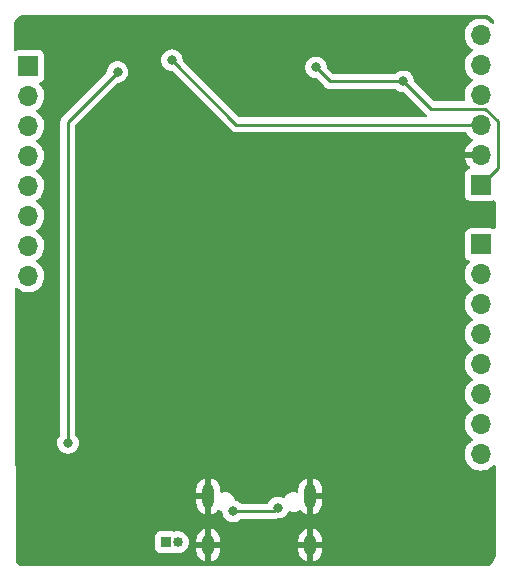
<source format=gbr>
%TF.GenerationSoftware,KiCad,Pcbnew,(5.99.0-9526-g5c17ff0595)*%
%TF.CreationDate,2021-04-11T14:24:36-05:00*%
%TF.ProjectId,DualingDev-S2,4475616c-696e-4674-9465-762d53322e6b,rev?*%
%TF.SameCoordinates,Original*%
%TF.FileFunction,Copper,L2,Bot*%
%TF.FilePolarity,Positive*%
%FSLAX46Y46*%
G04 Gerber Fmt 4.6, Leading zero omitted, Abs format (unit mm)*
G04 Created by KiCad (PCBNEW (5.99.0-9526-g5c17ff0595)) date 2021-04-11 14:24:36*
%MOMM*%
%LPD*%
G01*
G04 APERTURE LIST*
%TA.AperFunction,ComponentPad*%
%ADD10O,0.850000X0.850000*%
%TD*%
%TA.AperFunction,ComponentPad*%
%ADD11R,0.850000X0.850000*%
%TD*%
%TA.AperFunction,ComponentPad*%
%ADD12R,1.700000X1.700000*%
%TD*%
%TA.AperFunction,ComponentPad*%
%ADD13O,1.700000X1.700000*%
%TD*%
%TA.AperFunction,ComponentPad*%
%ADD14O,1.000000X1.800000*%
%TD*%
%TA.AperFunction,ComponentPad*%
%ADD15O,1.000000X2.100000*%
%TD*%
%TA.AperFunction,ViaPad*%
%ADD16C,0.800000*%
%TD*%
%TA.AperFunction,Conductor*%
%ADD17C,0.250000*%
%TD*%
G04 APERTURE END LIST*
D10*
%TO.P,J4,2,Pin_2*%
%TO.N,VBUS*%
X137700000Y-113000000D03*
D11*
%TO.P,J4,1,Pin_1*%
%TO.N,Net-(C6-Pad1)*%
X136700000Y-113000000D03*
%TD*%
D12*
%TO.P,J2,1,Pin_1*%
%TO.N,Net-(J2-Pad1)*%
X125050000Y-72710000D03*
D13*
%TO.P,J2,2,Pin_2*%
%TO.N,Net-(J2-Pad2)*%
X125050000Y-75250000D03*
%TO.P,J2,3,Pin_3*%
%TO.N,Net-(J2-Pad3)*%
X125050000Y-77790000D03*
%TO.P,J2,4,Pin_4*%
%TO.N,Net-(J2-Pad4)*%
X125050000Y-80330000D03*
%TO.P,J2,5,Pin_5*%
%TO.N,Net-(J2-Pad5)*%
X125050000Y-82870000D03*
%TO.P,J2,6,Pin_6*%
%TO.N,Net-(J2-Pad6)*%
X125050000Y-85410000D03*
%TO.P,J2,7,Pin_7*%
%TO.N,Net-(J2-Pad7)*%
X125050000Y-87950000D03*
%TO.P,J2,8,Pin_8*%
%TO.N,Net-(J2-Pad8)*%
X125050000Y-90490000D03*
%TD*%
D12*
%TO.P,J1,1,Pin_1*%
%TO.N,VCC*%
X163350000Y-82750000D03*
D13*
%TO.P,J1,2,Pin_2*%
%TO.N,GND*%
X163350000Y-80210000D03*
%TO.P,J1,3,Pin_3*%
%TO.N,Boot*%
X163350000Y-77670000D03*
%TO.P,J1,4,Pin_4*%
%TO.N,TX*%
X163350000Y-75130000D03*
%TO.P,J1,5,Pin_5*%
%TO.N,RX*%
X163350000Y-72590000D03*
%TO.P,J1,6,Pin_6*%
%TO.N,Reset*%
X163350000Y-70050000D03*
%TD*%
D12*
%TO.P,J3,1,Pin_1*%
%TO.N,Net-(J3-Pad1)*%
X163350000Y-87805000D03*
D13*
%TO.P,J3,2,Pin_2*%
%TO.N,Net-(J3-Pad2)*%
X163350000Y-90345000D03*
%TO.P,J3,3,Pin_3*%
%TO.N,Net-(J3-Pad3)*%
X163350000Y-92885000D03*
%TO.P,J3,4,Pin_4*%
%TO.N,Net-(J3-Pad4)*%
X163350000Y-95425000D03*
%TO.P,J3,5,Pin_5*%
%TO.N,Net-(J3-Pad5)*%
X163350000Y-97965000D03*
%TO.P,J3,6,Pin_6*%
%TO.N,Net-(J3-Pad6)*%
X163350000Y-100505000D03*
%TO.P,J3,7,Pin_7*%
%TO.N,Net-(J3-Pad7)*%
X163350000Y-103045000D03*
%TO.P,J3,8,Pin_8*%
%TO.N,Net-(J3-Pad8)*%
X163350000Y-105585000D03*
%TD*%
D14*
%TO.P,P1,S1,SHIELD*%
%TO.N,GND*%
X140280000Y-113262500D03*
D15*
X148920000Y-109112500D03*
X140280000Y-109112500D03*
D14*
X148920000Y-113262500D03*
%TD*%
D16*
%TO.N,GND*%
X124900000Y-104700000D03*
X133400000Y-69000000D03*
X131800000Y-103000000D03*
X160000000Y-69200000D03*
X126600000Y-69200000D03*
X154000000Y-69000000D03*
X157200000Y-105400000D03*
X159000000Y-81200000D03*
X140200000Y-81200000D03*
%TO.N,VCC*%
X149400000Y-72800000D03*
X132600000Y-73200000D03*
X128400000Y-104600000D03*
X156800000Y-74000000D03*
%TO.N,VBUS*%
X146200000Y-110075000D03*
X142400000Y-110400000D03*
%TO.N,Boot*%
X137200000Y-72200000D03*
%TD*%
D17*
%TO.N,VCC*%
X150600000Y-74000000D02*
X156800000Y-74000000D01*
X163724028Y-76305011D02*
X164800000Y-77380983D01*
X159105011Y-76305011D02*
X163724028Y-76305011D01*
X128400000Y-77400000D02*
X128400000Y-104600000D01*
X164800000Y-81300000D02*
X163350000Y-82750000D01*
X164800000Y-77380983D02*
X164800000Y-81300000D01*
X132600000Y-73200000D02*
X128400000Y-77400000D01*
X149400000Y-72800000D02*
X150600000Y-74000000D01*
X156800000Y-74000000D02*
X159105011Y-76305011D01*
%TO.N,VBUS*%
X146200000Y-110075000D02*
X145875000Y-110400000D01*
X145875000Y-110400000D02*
X142400000Y-110400000D01*
%TO.N,Boot*%
X142670000Y-77670000D02*
X163350000Y-77670000D01*
X137200000Y-72200000D02*
X142670000Y-77670000D01*
%TD*%
%TA.AperFunction,Conductor*%
%TO.N,GND*%
G36*
X164071132Y-68420002D02*
G01*
X164078522Y-68425134D01*
X164087640Y-68431960D01*
X164094641Y-68437601D01*
X164221077Y-68547158D01*
X164227660Y-68553288D01*
X164246713Y-68572341D01*
X164252843Y-68578924D01*
X164362393Y-68705353D01*
X164368032Y-68712351D01*
X164384192Y-68733936D01*
X164389319Y-68741320D01*
X164479767Y-68882061D01*
X164484356Y-68889795D01*
X164497264Y-68913434D01*
X164501291Y-68921479D01*
X164511857Y-68944616D01*
X164521960Y-69014890D01*
X164492467Y-69079471D01*
X164432740Y-69117854D01*
X164361743Y-69117853D01*
X164306073Y-69083928D01*
X164257167Y-69032661D01*
X164257162Y-69032656D01*
X164253482Y-69028799D01*
X164068504Y-68891171D01*
X164063753Y-68888755D01*
X164063749Y-68888753D01*
X163867740Y-68789097D01*
X163867739Y-68789097D01*
X163862982Y-68786678D01*
X163722033Y-68742912D01*
X163647895Y-68719891D01*
X163647889Y-68719890D01*
X163642792Y-68718307D01*
X163537798Y-68704391D01*
X163419515Y-68688714D01*
X163419510Y-68688714D01*
X163414230Y-68688014D01*
X163408900Y-68688214D01*
X163408899Y-68688214D01*
X163299031Y-68692338D01*
X163183831Y-68696663D01*
X163109068Y-68712350D01*
X162963411Y-68742912D01*
X162963408Y-68742913D01*
X162958184Y-68744009D01*
X162743740Y-68828697D01*
X162546631Y-68948306D01*
X162542601Y-68951803D01*
X162395476Y-69079471D01*
X162372492Y-69099415D01*
X162369109Y-69103541D01*
X162369105Y-69103545D01*
X162344839Y-69133140D01*
X162226304Y-69277705D01*
X162223665Y-69282341D01*
X162223663Y-69282344D01*
X162214821Y-69297877D01*
X162112245Y-69478077D01*
X162033578Y-69694802D01*
X161992551Y-69921683D01*
X161992500Y-69927023D01*
X161990565Y-70128616D01*
X161990338Y-70152233D01*
X162027002Y-70379861D01*
X162101494Y-70598056D01*
X162211685Y-70800580D01*
X162354424Y-70981644D01*
X162358389Y-70985220D01*
X162521659Y-71132489D01*
X162521665Y-71132494D01*
X162525629Y-71136069D01*
X162530142Y-71138928D01*
X162530144Y-71138929D01*
X162648242Y-71213731D01*
X162695087Y-71267079D01*
X162705654Y-71337285D01*
X162676587Y-71402058D01*
X162646186Y-71427894D01*
X162551196Y-71485535D01*
X162551189Y-71485540D01*
X162546631Y-71488306D01*
X162542601Y-71491803D01*
X162449426Y-71572656D01*
X162372492Y-71639415D01*
X162369109Y-71643541D01*
X162369105Y-71643545D01*
X162271315Y-71762809D01*
X162226304Y-71817705D01*
X162223665Y-71822341D01*
X162223663Y-71822344D01*
X162220190Y-71828446D01*
X162112245Y-72018077D01*
X162033578Y-72234802D01*
X162032629Y-72240051D01*
X162032628Y-72240054D01*
X161999596Y-72422723D01*
X161992551Y-72461683D01*
X161990338Y-72692233D01*
X162027002Y-72919861D01*
X162101494Y-73138056D01*
X162104044Y-73142743D01*
X162104045Y-73142745D01*
X162122834Y-73177277D01*
X162211685Y-73340580D01*
X162354424Y-73521644D01*
X162358389Y-73525220D01*
X162521659Y-73672489D01*
X162521665Y-73672494D01*
X162525629Y-73676069D01*
X162530142Y-73678928D01*
X162530144Y-73678929D01*
X162648242Y-73753731D01*
X162695087Y-73807079D01*
X162705654Y-73877285D01*
X162676587Y-73942058D01*
X162646186Y-73967894D01*
X162551196Y-74025535D01*
X162551189Y-74025540D01*
X162546631Y-74028306D01*
X162542601Y-74031803D01*
X162399650Y-74155849D01*
X162372492Y-74179415D01*
X162369109Y-74183541D01*
X162369105Y-74183545D01*
X162276968Y-74295915D01*
X162226304Y-74357705D01*
X162223665Y-74362341D01*
X162223663Y-74362344D01*
X162198246Y-74406995D01*
X162112245Y-74558077D01*
X162033578Y-74774802D01*
X162032629Y-74780051D01*
X162032628Y-74780054D01*
X161993501Y-74996429D01*
X161992551Y-75001683D01*
X161990338Y-75232233D01*
X161991187Y-75237504D01*
X162015024Y-75385494D01*
X162027002Y-75459861D01*
X162042345Y-75504802D01*
X162045426Y-75575730D01*
X162009669Y-75637066D01*
X161946429Y-75669333D01*
X161923103Y-75671511D01*
X159419605Y-75671511D01*
X159351484Y-75651509D01*
X159330510Y-75634606D01*
X157747118Y-74051214D01*
X157713092Y-73988902D01*
X157710903Y-73975290D01*
X157694228Y-73816637D01*
X157694228Y-73816636D01*
X157693538Y-73810073D01*
X157683327Y-73778645D01*
X157648078Y-73670162D01*
X157634524Y-73628446D01*
X157539037Y-73463058D01*
X157467280Y-73383363D01*
X157415673Y-73326048D01*
X157415672Y-73326047D01*
X157411251Y-73321137D01*
X157405909Y-73317256D01*
X157405907Y-73317254D01*
X157262092Y-73212767D01*
X157262091Y-73212766D01*
X157256750Y-73208886D01*
X157250722Y-73206202D01*
X157250720Y-73206201D01*
X157088318Y-73133895D01*
X157088317Y-73133895D01*
X157082287Y-73131210D01*
X156988887Y-73111357D01*
X156901944Y-73092876D01*
X156901939Y-73092876D01*
X156895487Y-73091504D01*
X156704513Y-73091504D01*
X156698061Y-73092876D01*
X156698056Y-73092876D01*
X156611113Y-73111357D01*
X156517713Y-73131210D01*
X156511683Y-73133895D01*
X156511682Y-73133895D01*
X156349280Y-73206201D01*
X156349278Y-73206202D01*
X156343250Y-73208886D01*
X156337909Y-73212766D01*
X156337908Y-73212767D01*
X156194093Y-73317254D01*
X156194091Y-73317256D01*
X156188749Y-73321137D01*
X156184328Y-73326047D01*
X156179425Y-73330462D01*
X156178299Y-73329211D01*
X156125000Y-73362049D01*
X156091806Y-73366500D01*
X150914594Y-73366500D01*
X150846473Y-73346498D01*
X150825499Y-73329595D01*
X150347118Y-72851214D01*
X150313092Y-72788902D01*
X150310903Y-72775290D01*
X150294228Y-72616637D01*
X150294228Y-72616636D01*
X150293538Y-72610073D01*
X150281023Y-72571554D01*
X150236566Y-72434731D01*
X150234524Y-72428446D01*
X150139037Y-72263058D01*
X150082260Y-72200000D01*
X150015673Y-72126048D01*
X150015672Y-72126047D01*
X150011251Y-72121137D01*
X150005909Y-72117256D01*
X150005907Y-72117254D01*
X149862092Y-72012767D01*
X149862091Y-72012766D01*
X149856750Y-72008886D01*
X149850722Y-72006202D01*
X149850720Y-72006201D01*
X149688318Y-71933895D01*
X149688317Y-71933895D01*
X149682287Y-71931210D01*
X149588887Y-71911357D01*
X149501944Y-71892876D01*
X149501939Y-71892876D01*
X149495487Y-71891504D01*
X149304513Y-71891504D01*
X149298061Y-71892876D01*
X149298056Y-71892876D01*
X149211113Y-71911357D01*
X149117713Y-71931210D01*
X149111683Y-71933895D01*
X149111682Y-71933895D01*
X148949280Y-72006201D01*
X148949278Y-72006202D01*
X148943250Y-72008886D01*
X148937909Y-72012766D01*
X148937908Y-72012767D01*
X148794093Y-72117254D01*
X148794091Y-72117256D01*
X148788749Y-72121137D01*
X148784328Y-72126047D01*
X148784327Y-72126048D01*
X148717741Y-72200000D01*
X148660963Y-72263058D01*
X148565476Y-72428446D01*
X148563434Y-72434731D01*
X148518978Y-72571554D01*
X148506462Y-72610073D01*
X148486500Y-72800000D01*
X148506462Y-72989927D01*
X148508502Y-72996205D01*
X148508502Y-72996206D01*
X148532086Y-73068790D01*
X148565476Y-73171554D01*
X148660963Y-73336942D01*
X148665381Y-73341849D01*
X148665382Y-73341850D01*
X148708671Y-73389927D01*
X148788749Y-73478863D01*
X148794091Y-73482744D01*
X148794093Y-73482746D01*
X148900425Y-73560000D01*
X148943250Y-73591114D01*
X148949278Y-73593798D01*
X148949280Y-73593799D01*
X149041215Y-73634731D01*
X149117713Y-73668790D01*
X149211113Y-73688643D01*
X149298056Y-73707124D01*
X149298061Y-73707124D01*
X149304513Y-73708496D01*
X149360402Y-73708496D01*
X149428523Y-73728498D01*
X149449497Y-73745401D01*
X150096609Y-74392513D01*
X150103969Y-74400601D01*
X150108027Y-74406995D01*
X150113804Y-74412420D01*
X150156878Y-74452869D01*
X150159720Y-74455624D01*
X150180034Y-74475938D01*
X150183445Y-74478583D01*
X150192465Y-74486287D01*
X150224699Y-74516557D01*
X150231643Y-74520374D01*
X150231645Y-74520376D01*
X150242453Y-74526318D01*
X150258977Y-74537172D01*
X150274977Y-74549583D01*
X150282248Y-74552730D01*
X150282249Y-74552730D01*
X150315551Y-74567141D01*
X150326207Y-74572362D01*
X150364952Y-74593662D01*
X150372635Y-74595634D01*
X150372636Y-74595635D01*
X150384568Y-74598699D01*
X150403272Y-74605103D01*
X150414585Y-74609999D01*
X150414592Y-74610001D01*
X150421864Y-74613148D01*
X150429688Y-74614387D01*
X150429691Y-74614388D01*
X150465535Y-74620065D01*
X150477156Y-74622472D01*
X150514218Y-74631987D01*
X150519975Y-74633465D01*
X150520531Y-74633500D01*
X150540452Y-74633500D01*
X150560162Y-74635051D01*
X150572114Y-74636944D01*
X150572115Y-74636944D01*
X150579944Y-74638184D01*
X150587836Y-74637438D01*
X150623582Y-74634059D01*
X150635440Y-74633500D01*
X156091806Y-74633500D01*
X156159927Y-74653502D01*
X156179151Y-74669842D01*
X156179425Y-74669538D01*
X156184328Y-74673953D01*
X156188749Y-74678863D01*
X156194091Y-74682744D01*
X156194093Y-74682746D01*
X156313894Y-74769786D01*
X156343250Y-74791114D01*
X156349278Y-74793798D01*
X156349280Y-74793799D01*
X156511682Y-74866105D01*
X156517713Y-74868790D01*
X156611113Y-74888643D01*
X156698056Y-74907124D01*
X156698061Y-74907124D01*
X156704513Y-74908496D01*
X156760402Y-74908496D01*
X156828523Y-74928498D01*
X156849497Y-74945401D01*
X158601620Y-76697524D01*
X158608980Y-76705612D01*
X158613038Y-76712006D01*
X158618815Y-76717431D01*
X158661889Y-76757880D01*
X158664731Y-76760635D01*
X158685045Y-76780949D01*
X158688456Y-76783594D01*
X158697478Y-76791300D01*
X158726603Y-76818650D01*
X158762568Y-76879862D01*
X158759731Y-76950802D01*
X158718990Y-77008946D01*
X158653282Y-77035835D01*
X158640350Y-77036500D01*
X142984594Y-77036500D01*
X142916473Y-77016498D01*
X142895499Y-76999595D01*
X138147118Y-72251214D01*
X138113092Y-72188902D01*
X138110903Y-72175290D01*
X138094228Y-72016637D01*
X138094228Y-72016636D01*
X138093538Y-72010073D01*
X138034524Y-71828446D01*
X138025940Y-71813577D01*
X137967665Y-71712643D01*
X137939037Y-71663058D01*
X137921468Y-71643545D01*
X137815673Y-71526048D01*
X137815672Y-71526047D01*
X137811251Y-71521137D01*
X137805909Y-71517256D01*
X137805907Y-71517254D01*
X137662092Y-71412767D01*
X137662091Y-71412766D01*
X137656750Y-71408886D01*
X137650722Y-71406202D01*
X137650720Y-71406201D01*
X137488318Y-71333895D01*
X137488317Y-71333895D01*
X137482287Y-71331210D01*
X137352841Y-71303695D01*
X137301944Y-71292876D01*
X137301939Y-71292876D01*
X137295487Y-71291504D01*
X137104513Y-71291504D01*
X137098061Y-71292876D01*
X137098056Y-71292876D01*
X137047159Y-71303695D01*
X136917713Y-71331210D01*
X136911683Y-71333895D01*
X136911682Y-71333895D01*
X136749280Y-71406201D01*
X136749278Y-71406202D01*
X136743250Y-71408886D01*
X136737909Y-71412766D01*
X136737908Y-71412767D01*
X136594093Y-71517254D01*
X136594091Y-71517256D01*
X136588749Y-71521137D01*
X136584328Y-71526047D01*
X136584327Y-71526048D01*
X136478533Y-71643545D01*
X136460963Y-71663058D01*
X136432335Y-71712643D01*
X136374061Y-71813577D01*
X136365476Y-71828446D01*
X136306462Y-72010073D01*
X136286500Y-72200000D01*
X136306462Y-72389927D01*
X136308502Y-72396205D01*
X136308502Y-72396206D01*
X136321020Y-72434731D01*
X136365476Y-72571554D01*
X136460963Y-72736942D01*
X136465381Y-72741849D01*
X136465382Y-72741850D01*
X136523652Y-72806565D01*
X136588749Y-72878863D01*
X136594091Y-72882744D01*
X136594093Y-72882746D01*
X136737908Y-72987233D01*
X136743250Y-72991114D01*
X136749278Y-72993798D01*
X136749280Y-72993799D01*
X136911682Y-73066105D01*
X136917713Y-73068790D01*
X137011113Y-73088643D01*
X137098056Y-73107124D01*
X137098061Y-73107124D01*
X137104513Y-73108496D01*
X137160402Y-73108496D01*
X137228523Y-73128498D01*
X137249497Y-73145401D01*
X142166609Y-78062513D01*
X142173969Y-78070601D01*
X142178027Y-78076995D01*
X142183804Y-78082420D01*
X142226878Y-78122869D01*
X142229720Y-78125624D01*
X142250034Y-78145938D01*
X142253445Y-78148583D01*
X142262465Y-78156287D01*
X142294699Y-78186557D01*
X142301643Y-78190374D01*
X142301645Y-78190376D01*
X142312453Y-78196318D01*
X142328977Y-78207172D01*
X142344977Y-78219583D01*
X142352248Y-78222730D01*
X142352249Y-78222730D01*
X142385551Y-78237141D01*
X142396207Y-78242362D01*
X142434952Y-78263662D01*
X142442635Y-78265634D01*
X142442636Y-78265635D01*
X142454568Y-78268699D01*
X142473272Y-78275103D01*
X142484585Y-78279999D01*
X142484592Y-78280001D01*
X142491864Y-78283148D01*
X142499688Y-78284387D01*
X142499691Y-78284388D01*
X142535535Y-78290065D01*
X142547156Y-78292472D01*
X142584218Y-78301987D01*
X142589975Y-78303465D01*
X142590531Y-78303500D01*
X142610452Y-78303500D01*
X142630162Y-78305051D01*
X142642114Y-78306944D01*
X142642115Y-78306944D01*
X142649944Y-78308184D01*
X142657836Y-78307438D01*
X142693582Y-78304059D01*
X142705440Y-78303500D01*
X162073096Y-78303500D01*
X162141217Y-78323502D01*
X162183773Y-78369280D01*
X162211685Y-78420580D01*
X162354424Y-78601644D01*
X162358389Y-78605220D01*
X162521659Y-78752489D01*
X162521665Y-78752494D01*
X162525629Y-78756069D01*
X162530142Y-78758928D01*
X162530144Y-78758929D01*
X162648712Y-78834029D01*
X162695557Y-78887377D01*
X162706124Y-78957583D01*
X162677057Y-79022357D01*
X162646656Y-79048192D01*
X162551486Y-79105942D01*
X162542896Y-79112206D01*
X162376884Y-79256264D01*
X162369464Y-79263895D01*
X162230100Y-79433860D01*
X162224075Y-79442627D01*
X162115342Y-79633644D01*
X162110877Y-79643308D01*
X162035882Y-79849916D01*
X162033111Y-79860184D01*
X162019008Y-79938174D01*
X162020427Y-79951414D01*
X162035062Y-79956000D01*
X163478000Y-79956000D01*
X163546121Y-79976002D01*
X163592614Y-80029658D01*
X163604000Y-80082000D01*
X163604000Y-80338000D01*
X163583998Y-80406121D01*
X163530342Y-80452614D01*
X163478000Y-80464000D01*
X162033403Y-80464000D01*
X162020222Y-80467870D01*
X162018255Y-80482423D01*
X162026638Y-80534471D01*
X162029212Y-80544793D01*
X162100230Y-80752810D01*
X162104497Y-80762533D01*
X162209556Y-80955625D01*
X162215402Y-80964491D01*
X162351486Y-81137113D01*
X162358750Y-81144875D01*
X162414593Y-81195244D01*
X162451780Y-81255723D01*
X162450366Y-81326705D01*
X162410801Y-81385655D01*
X162365699Y-81409703D01*
X162295330Y-81430365D01*
X162295328Y-81430366D01*
X162286684Y-81432904D01*
X162279105Y-81437775D01*
X162171309Y-81507051D01*
X162171306Y-81507053D01*
X162163729Y-81511923D01*
X162157828Y-81518733D01*
X162073918Y-81615569D01*
X162073916Y-81615572D01*
X162068016Y-81622381D01*
X162007300Y-81755330D01*
X162006018Y-81764245D01*
X162006018Y-81764246D01*
X161987139Y-81895552D01*
X161987138Y-81895559D01*
X161986500Y-81900000D01*
X161986500Y-83600000D01*
X161991727Y-83673079D01*
X161993631Y-83679562D01*
X162029337Y-83801167D01*
X162032904Y-83813316D01*
X162037775Y-83820895D01*
X162107051Y-83928691D01*
X162107053Y-83928694D01*
X162111923Y-83936271D01*
X162118733Y-83942172D01*
X162215569Y-84026082D01*
X162215572Y-84026084D01*
X162222381Y-84031984D01*
X162230579Y-84035728D01*
X162326293Y-84079439D01*
X162355330Y-84092700D01*
X162364245Y-84093982D01*
X162364246Y-84093982D01*
X162495552Y-84112861D01*
X162495559Y-84112862D01*
X162500000Y-84113500D01*
X164200000Y-84113500D01*
X164273079Y-84108273D01*
X164345260Y-84087079D01*
X164404667Y-84069636D01*
X164404670Y-84069635D01*
X164413316Y-84067096D01*
X164420899Y-84062223D01*
X164421658Y-84061876D01*
X164491932Y-84051773D01*
X164556513Y-84081266D01*
X164594896Y-84140992D01*
X164600000Y-84176490D01*
X164600000Y-86382845D01*
X164579998Y-86450966D01*
X164526342Y-86497459D01*
X164456068Y-86507563D01*
X164421658Y-86497459D01*
X164352864Y-86466042D01*
X164352863Y-86466042D01*
X164344670Y-86462300D01*
X164335755Y-86461018D01*
X164335754Y-86461018D01*
X164204448Y-86442139D01*
X164204441Y-86442138D01*
X164200000Y-86441500D01*
X162500000Y-86441500D01*
X162426921Y-86446727D01*
X162373884Y-86462300D01*
X162295330Y-86485365D01*
X162295328Y-86485366D01*
X162286684Y-86487904D01*
X162269529Y-86498929D01*
X162171309Y-86562051D01*
X162171306Y-86562053D01*
X162163729Y-86566923D01*
X162157830Y-86573731D01*
X162073918Y-86670569D01*
X162073916Y-86670572D01*
X162068016Y-86677381D01*
X162007300Y-86810330D01*
X162006018Y-86819245D01*
X162006018Y-86819246D01*
X161987139Y-86950552D01*
X161987138Y-86950559D01*
X161986500Y-86955000D01*
X161986500Y-88655000D01*
X161991727Y-88728079D01*
X161993631Y-88734562D01*
X162021185Y-88828403D01*
X162032904Y-88868316D01*
X162053850Y-88900909D01*
X162107051Y-88983691D01*
X162107053Y-88983694D01*
X162111923Y-88991271D01*
X162118733Y-88997172D01*
X162215569Y-89081082D01*
X162215572Y-89081084D01*
X162222381Y-89086984D01*
X162355330Y-89147700D01*
X162361639Y-89148607D01*
X162420244Y-89186269D01*
X162449738Y-89250849D01*
X162439636Y-89321123D01*
X162407601Y-89363949D01*
X162372492Y-89394415D01*
X162369109Y-89398541D01*
X162369105Y-89398545D01*
X162272320Y-89516584D01*
X162226304Y-89572705D01*
X162112245Y-89773077D01*
X162033578Y-89989802D01*
X162032629Y-89995051D01*
X162032628Y-89995054D01*
X161993501Y-90211429D01*
X161992551Y-90216683D01*
X161990338Y-90447233D01*
X162027002Y-90674861D01*
X162101494Y-90893056D01*
X162104044Y-90897743D01*
X162104045Y-90897745D01*
X162142002Y-90967508D01*
X162211685Y-91095580D01*
X162354424Y-91276644D01*
X162358389Y-91280220D01*
X162521659Y-91427489D01*
X162521665Y-91427494D01*
X162525629Y-91431069D01*
X162530142Y-91433928D01*
X162530144Y-91433929D01*
X162648242Y-91508731D01*
X162695087Y-91562079D01*
X162705654Y-91632285D01*
X162676587Y-91697058D01*
X162646186Y-91722894D01*
X162551196Y-91780535D01*
X162551189Y-91780540D01*
X162546631Y-91783306D01*
X162542601Y-91786803D01*
X162449426Y-91867656D01*
X162372492Y-91934415D01*
X162369109Y-91938541D01*
X162369105Y-91938545D01*
X162271315Y-92057809D01*
X162226304Y-92112705D01*
X162112245Y-92313077D01*
X162033578Y-92529802D01*
X161992551Y-92756683D01*
X161990338Y-92987233D01*
X162027002Y-93214861D01*
X162101494Y-93433056D01*
X162211685Y-93635580D01*
X162354424Y-93816644D01*
X162358389Y-93820220D01*
X162521659Y-93967489D01*
X162521665Y-93967494D01*
X162525629Y-93971069D01*
X162530142Y-93973928D01*
X162530144Y-93973929D01*
X162648242Y-94048731D01*
X162695087Y-94102079D01*
X162705654Y-94172285D01*
X162676587Y-94237058D01*
X162646186Y-94262894D01*
X162551196Y-94320535D01*
X162551189Y-94320540D01*
X162546631Y-94323306D01*
X162542601Y-94326803D01*
X162449426Y-94407656D01*
X162372492Y-94474415D01*
X162369109Y-94478541D01*
X162369105Y-94478545D01*
X162271315Y-94597809D01*
X162226304Y-94652705D01*
X162112245Y-94853077D01*
X162033578Y-95069802D01*
X161992551Y-95296683D01*
X161990338Y-95527233D01*
X162027002Y-95754861D01*
X162101494Y-95973056D01*
X162211685Y-96175580D01*
X162354424Y-96356644D01*
X162358389Y-96360220D01*
X162521659Y-96507489D01*
X162521665Y-96507494D01*
X162525629Y-96511069D01*
X162530142Y-96513928D01*
X162530144Y-96513929D01*
X162648242Y-96588731D01*
X162695087Y-96642079D01*
X162705654Y-96712285D01*
X162676587Y-96777058D01*
X162646186Y-96802894D01*
X162551196Y-96860535D01*
X162551189Y-96860540D01*
X162546631Y-96863306D01*
X162542601Y-96866803D01*
X162449426Y-96947656D01*
X162372492Y-97014415D01*
X162369109Y-97018541D01*
X162369105Y-97018545D01*
X162271315Y-97137809D01*
X162226304Y-97192705D01*
X162112245Y-97393077D01*
X162033578Y-97609802D01*
X161992551Y-97836683D01*
X161990338Y-98067233D01*
X162027002Y-98294861D01*
X162101494Y-98513056D01*
X162211685Y-98715580D01*
X162354424Y-98896644D01*
X162358389Y-98900220D01*
X162521659Y-99047489D01*
X162521665Y-99047494D01*
X162525629Y-99051069D01*
X162530142Y-99053928D01*
X162530144Y-99053929D01*
X162648242Y-99128731D01*
X162695087Y-99182079D01*
X162705654Y-99252285D01*
X162676587Y-99317058D01*
X162646186Y-99342894D01*
X162551196Y-99400535D01*
X162551189Y-99400540D01*
X162546631Y-99403306D01*
X162542601Y-99406803D01*
X162449426Y-99487656D01*
X162372492Y-99554415D01*
X162369109Y-99558541D01*
X162369105Y-99558545D01*
X162271315Y-99677809D01*
X162226304Y-99732705D01*
X162112245Y-99933077D01*
X162033578Y-100149802D01*
X161992551Y-100376683D01*
X161990338Y-100607233D01*
X162027002Y-100834861D01*
X162101494Y-101053056D01*
X162211685Y-101255580D01*
X162354424Y-101436644D01*
X162358389Y-101440220D01*
X162521659Y-101587489D01*
X162521665Y-101587494D01*
X162525629Y-101591069D01*
X162530142Y-101593928D01*
X162530144Y-101593929D01*
X162648242Y-101668731D01*
X162695087Y-101722079D01*
X162705654Y-101792285D01*
X162676587Y-101857058D01*
X162646186Y-101882894D01*
X162551196Y-101940535D01*
X162551189Y-101940540D01*
X162546631Y-101943306D01*
X162542601Y-101946803D01*
X162449426Y-102027656D01*
X162372492Y-102094415D01*
X162369109Y-102098541D01*
X162369105Y-102098545D01*
X162271315Y-102217809D01*
X162226304Y-102272705D01*
X162112245Y-102473077D01*
X162033578Y-102689802D01*
X161992551Y-102916683D01*
X161990338Y-103147233D01*
X162027002Y-103374861D01*
X162101494Y-103593056D01*
X162211685Y-103795580D01*
X162354424Y-103976644D01*
X162391849Y-104010401D01*
X162521659Y-104127489D01*
X162521665Y-104127494D01*
X162525629Y-104131069D01*
X162530142Y-104133928D01*
X162530144Y-104133929D01*
X162648242Y-104208731D01*
X162695087Y-104262079D01*
X162705654Y-104332285D01*
X162676587Y-104397058D01*
X162646186Y-104422894D01*
X162551196Y-104480535D01*
X162551189Y-104480540D01*
X162546631Y-104483306D01*
X162542601Y-104486803D01*
X162404587Y-104606565D01*
X162372492Y-104634415D01*
X162369109Y-104638541D01*
X162369105Y-104638545D01*
X162271315Y-104757809D01*
X162226304Y-104812705D01*
X162112245Y-105013077D01*
X162033578Y-105229802D01*
X161992551Y-105456683D01*
X161990338Y-105687233D01*
X162027002Y-105914861D01*
X162101494Y-106133056D01*
X162211685Y-106335580D01*
X162354424Y-106516644D01*
X162358389Y-106520220D01*
X162521659Y-106667489D01*
X162521665Y-106667494D01*
X162525629Y-106671069D01*
X162720406Y-106794439D01*
X162933184Y-106883228D01*
X162938387Y-106884425D01*
X162938392Y-106884426D01*
X163152678Y-106933701D01*
X163152683Y-106933702D01*
X163157881Y-106934897D01*
X163163209Y-106935200D01*
X163163212Y-106935200D01*
X163319293Y-106944063D01*
X163388071Y-106947968D01*
X163393378Y-106947368D01*
X163393380Y-106947368D01*
X163514272Y-106933701D01*
X163617173Y-106922068D01*
X163622288Y-106920587D01*
X163622292Y-106920586D01*
X163751298Y-106883228D01*
X163838635Y-106857937D01*
X164046125Y-106757409D01*
X164050463Y-106754309D01*
X164050468Y-106754306D01*
X164229370Y-106626459D01*
X164233711Y-106623357D01*
X164384517Y-106471231D01*
X164446681Y-106436934D01*
X164517518Y-106441691D01*
X164574538Y-106483989D01*
X164599639Y-106550401D01*
X164600000Y-106559937D01*
X164600000Y-114234332D01*
X164594896Y-114269832D01*
X164586486Y-114298472D01*
X164583648Y-114307000D01*
X164574232Y-114332245D01*
X164570799Y-114340532D01*
X164548153Y-114390120D01*
X164501287Y-114492742D01*
X164497261Y-114500785D01*
X164484357Y-114524417D01*
X164479767Y-114532152D01*
X164403398Y-114650987D01*
X164389321Y-114672891D01*
X164384197Y-114680271D01*
X164370891Y-114698046D01*
X164368041Y-114701853D01*
X164362400Y-114708853D01*
X164252849Y-114835284D01*
X164246719Y-114841867D01*
X164227654Y-114860932D01*
X164221071Y-114867062D01*
X164103168Y-114969225D01*
X164038587Y-114998718D01*
X164020656Y-115000000D01*
X124365130Y-115000000D01*
X124297009Y-114979998D01*
X124282623Y-114969229D01*
X124164715Y-114867062D01*
X124158133Y-114860933D01*
X124139068Y-114841868D01*
X124132938Y-114835285D01*
X124029202Y-114715567D01*
X123999709Y-114650987D01*
X123998428Y-114633596D01*
X123989593Y-112575000D01*
X135761500Y-112575000D01*
X135761500Y-113425000D01*
X135766727Y-113498079D01*
X135807904Y-113638316D01*
X135812775Y-113645895D01*
X135882051Y-113753691D01*
X135882053Y-113753694D01*
X135886923Y-113761271D01*
X135893733Y-113767172D01*
X135990569Y-113851082D01*
X135990572Y-113851084D01*
X135997381Y-113856984D01*
X136005579Y-113860728D01*
X136075297Y-113892567D01*
X136130330Y-113917700D01*
X136139245Y-113918982D01*
X136139246Y-113918982D01*
X136270552Y-113937861D01*
X136270559Y-113937862D01*
X136275000Y-113938500D01*
X137125000Y-113938500D01*
X137198079Y-113933273D01*
X137338316Y-113892096D01*
X137339351Y-113895620D01*
X137392417Y-113888049D01*
X137407997Y-113891680D01*
X137409988Y-113892567D01*
X137505944Y-113912963D01*
X137595443Y-113931987D01*
X137595447Y-113931987D01*
X137601900Y-113933359D01*
X137798100Y-113933359D01*
X137804553Y-113931987D01*
X137804557Y-113931987D01*
X137894056Y-113912963D01*
X137990012Y-113892567D01*
X138020520Y-113878984D01*
X138163220Y-113815450D01*
X138163222Y-113815449D01*
X138169250Y-113812765D01*
X138327979Y-113697441D01*
X138459262Y-113551636D01*
X138471726Y-113530048D01*
X139272000Y-113530048D01*
X139272000Y-113710412D01*
X139272301Y-113716560D01*
X139285691Y-113853126D01*
X139288074Y-113865161D01*
X139341654Y-114042624D01*
X139346329Y-114053966D01*
X139433357Y-114217644D01*
X139440144Y-114227860D01*
X139557310Y-114371519D01*
X139565954Y-114380223D01*
X139708788Y-114498386D01*
X139718959Y-114505246D01*
X139882031Y-114593418D01*
X139893330Y-114598168D01*
X140008693Y-114633880D01*
X140022795Y-114634086D01*
X140026000Y-114627330D01*
X140026000Y-113534615D01*
X140024659Y-113530048D01*
X140534000Y-113530048D01*
X140534000Y-114620552D01*
X140537973Y-114634083D01*
X140545768Y-114635203D01*
X140653557Y-114603479D01*
X140664941Y-114598880D01*
X140829222Y-114512996D01*
X140839483Y-114506282D01*
X140983959Y-114390120D01*
X140992719Y-114381542D01*
X141111881Y-114239530D01*
X141118807Y-114229416D01*
X141208118Y-114066958D01*
X141212946Y-114055694D01*
X141269002Y-113878984D01*
X141271550Y-113866997D01*
X141287607Y-113723839D01*
X141288000Y-113716815D01*
X141288000Y-113534615D01*
X141286659Y-113530048D01*
X147912000Y-113530048D01*
X147912000Y-113710412D01*
X147912301Y-113716560D01*
X147925691Y-113853126D01*
X147928074Y-113865161D01*
X147981654Y-114042624D01*
X147986329Y-114053966D01*
X148073357Y-114217644D01*
X148080144Y-114227860D01*
X148197310Y-114371519D01*
X148205954Y-114380223D01*
X148348788Y-114498386D01*
X148358959Y-114505246D01*
X148522031Y-114593418D01*
X148533330Y-114598168D01*
X148648693Y-114633880D01*
X148662795Y-114634086D01*
X148666000Y-114627330D01*
X148666000Y-113534615D01*
X148664659Y-113530048D01*
X149174000Y-113530048D01*
X149174000Y-114620552D01*
X149177973Y-114634083D01*
X149185768Y-114635203D01*
X149293557Y-114603479D01*
X149304941Y-114598880D01*
X149469222Y-114512996D01*
X149479483Y-114506282D01*
X149623959Y-114390120D01*
X149632719Y-114381542D01*
X149751881Y-114239530D01*
X149758807Y-114229416D01*
X149848118Y-114066958D01*
X149852946Y-114055694D01*
X149909002Y-113878984D01*
X149911550Y-113866997D01*
X149927607Y-113723839D01*
X149928000Y-113716815D01*
X149928000Y-113534615D01*
X149923525Y-113519376D01*
X149922135Y-113518171D01*
X149914452Y-113516500D01*
X149192115Y-113516500D01*
X149176876Y-113520975D01*
X149175671Y-113522365D01*
X149174000Y-113530048D01*
X148664659Y-113530048D01*
X148661525Y-113519376D01*
X148660135Y-113518171D01*
X148652452Y-113516500D01*
X147930115Y-113516500D01*
X147914876Y-113520975D01*
X147913671Y-113522365D01*
X147912000Y-113530048D01*
X141286659Y-113530048D01*
X141283525Y-113519376D01*
X141282135Y-113518171D01*
X141274452Y-113516500D01*
X140552115Y-113516500D01*
X140536876Y-113520975D01*
X140535671Y-113522365D01*
X140534000Y-113530048D01*
X140024659Y-113530048D01*
X140021525Y-113519376D01*
X140020135Y-113518171D01*
X140012452Y-113516500D01*
X139290115Y-113516500D01*
X139274876Y-113520975D01*
X139273671Y-113522365D01*
X139272000Y-113530048D01*
X138471726Y-113530048D01*
X138557362Y-113381722D01*
X138617992Y-113195125D01*
X138638500Y-113000000D01*
X138618340Y-112808185D01*
X139272000Y-112808185D01*
X139272000Y-112990385D01*
X139276475Y-113005624D01*
X139277865Y-113006829D01*
X139285548Y-113008500D01*
X140007885Y-113008500D01*
X140023124Y-113004025D01*
X140024329Y-113002635D01*
X140026000Y-112994952D01*
X140026000Y-111904448D01*
X140024010Y-111897670D01*
X140534000Y-111897670D01*
X140534000Y-112990385D01*
X140538475Y-113005624D01*
X140539865Y-113006829D01*
X140547548Y-113008500D01*
X141269885Y-113008500D01*
X141285124Y-113004025D01*
X141286329Y-113002635D01*
X141288000Y-112994952D01*
X141288000Y-112814588D01*
X141287699Y-112808440D01*
X141287674Y-112808185D01*
X147912000Y-112808185D01*
X147912000Y-112990385D01*
X147916475Y-113005624D01*
X147917865Y-113006829D01*
X147925548Y-113008500D01*
X148647885Y-113008500D01*
X148663124Y-113004025D01*
X148664329Y-113002635D01*
X148666000Y-112994952D01*
X148666000Y-111904448D01*
X148664010Y-111897670D01*
X149174000Y-111897670D01*
X149174000Y-112990385D01*
X149178475Y-113005624D01*
X149179865Y-113006829D01*
X149187548Y-113008500D01*
X149909885Y-113008500D01*
X149925124Y-113004025D01*
X149926329Y-113002635D01*
X149928000Y-112994952D01*
X149928000Y-112814588D01*
X149927699Y-112808440D01*
X149914309Y-112671874D01*
X149911926Y-112659839D01*
X149858346Y-112482376D01*
X149853671Y-112471034D01*
X149766643Y-112307356D01*
X149759856Y-112297140D01*
X149642690Y-112153481D01*
X149634046Y-112144777D01*
X149491212Y-112026614D01*
X149481041Y-112019754D01*
X149317969Y-111931582D01*
X149306670Y-111926832D01*
X149191307Y-111891120D01*
X149177205Y-111890914D01*
X149174000Y-111897670D01*
X148664010Y-111897670D01*
X148662027Y-111890917D01*
X148654232Y-111889797D01*
X148546443Y-111921521D01*
X148535059Y-111926120D01*
X148370778Y-112012004D01*
X148360517Y-112018718D01*
X148216041Y-112134880D01*
X148207281Y-112143458D01*
X148088119Y-112285470D01*
X148081193Y-112295584D01*
X147991882Y-112458042D01*
X147987054Y-112469306D01*
X147930998Y-112646016D01*
X147928450Y-112658003D01*
X147912393Y-112801161D01*
X147912000Y-112808185D01*
X141287674Y-112808185D01*
X141274309Y-112671874D01*
X141271926Y-112659839D01*
X141218346Y-112482376D01*
X141213671Y-112471034D01*
X141126643Y-112307356D01*
X141119856Y-112297140D01*
X141002690Y-112153481D01*
X140994046Y-112144777D01*
X140851212Y-112026614D01*
X140841041Y-112019754D01*
X140677969Y-111931582D01*
X140666670Y-111926832D01*
X140551307Y-111891120D01*
X140537205Y-111890914D01*
X140534000Y-111897670D01*
X140024010Y-111897670D01*
X140022027Y-111890917D01*
X140014232Y-111889797D01*
X139906443Y-111921521D01*
X139895059Y-111926120D01*
X139730778Y-112012004D01*
X139720517Y-112018718D01*
X139576041Y-112134880D01*
X139567281Y-112143458D01*
X139448119Y-112285470D01*
X139441193Y-112295584D01*
X139351882Y-112458042D01*
X139347054Y-112469306D01*
X139290998Y-112646016D01*
X139288450Y-112658003D01*
X139272393Y-112801161D01*
X139272000Y-112808185D01*
X138618340Y-112808185D01*
X138617992Y-112804875D01*
X138557362Y-112618278D01*
X138459262Y-112448364D01*
X138327979Y-112302559D01*
X138169250Y-112187235D01*
X138163222Y-112184551D01*
X138163220Y-112184550D01*
X137996043Y-112110118D01*
X137996042Y-112110118D01*
X137990012Y-112107433D01*
X137889380Y-112086043D01*
X137804557Y-112068013D01*
X137804553Y-112068013D01*
X137798100Y-112066641D01*
X137601900Y-112066641D01*
X137595447Y-112068013D01*
X137595443Y-112068013D01*
X137432761Y-112102592D01*
X137409988Y-112107433D01*
X137406650Y-112108919D01*
X137336776Y-112110917D01*
X137316461Y-112103669D01*
X137277867Y-112086043D01*
X137277864Y-112086042D01*
X137269670Y-112082300D01*
X137249947Y-112079464D01*
X137129448Y-112062139D01*
X137129441Y-112062138D01*
X137125000Y-112061500D01*
X136275000Y-112061500D01*
X136201921Y-112066727D01*
X136123835Y-112089655D01*
X136070330Y-112105365D01*
X136070328Y-112105366D01*
X136061684Y-112107904D01*
X136054105Y-112112775D01*
X135946309Y-112182051D01*
X135946306Y-112182053D01*
X135938729Y-112186923D01*
X135932828Y-112193733D01*
X135848918Y-112290569D01*
X135848916Y-112290572D01*
X135843016Y-112297381D01*
X135839272Y-112305579D01*
X135838461Y-112307356D01*
X135782300Y-112430330D01*
X135781018Y-112439245D01*
X135781018Y-112439246D01*
X135762139Y-112570552D01*
X135762138Y-112570559D01*
X135761500Y-112575000D01*
X123989593Y-112575000D01*
X123975881Y-109380048D01*
X139272000Y-109380048D01*
X139272000Y-109710412D01*
X139272301Y-109716560D01*
X139285691Y-109853126D01*
X139288074Y-109865161D01*
X139341654Y-110042624D01*
X139346329Y-110053966D01*
X139433357Y-110217644D01*
X139440144Y-110227860D01*
X139557310Y-110371519D01*
X139565954Y-110380223D01*
X139708788Y-110498386D01*
X139718959Y-110505246D01*
X139882031Y-110593418D01*
X139893330Y-110598168D01*
X140008693Y-110633880D01*
X140022795Y-110634086D01*
X140026000Y-110627330D01*
X140026000Y-109384615D01*
X140021525Y-109369376D01*
X140020135Y-109368171D01*
X140012452Y-109366500D01*
X139290115Y-109366500D01*
X139274876Y-109370975D01*
X139273671Y-109372365D01*
X139272000Y-109380048D01*
X123975881Y-109380048D01*
X123972139Y-108508185D01*
X139272000Y-108508185D01*
X139272000Y-108840385D01*
X139276475Y-108855624D01*
X139277865Y-108856829D01*
X139285548Y-108858500D01*
X140007885Y-108858500D01*
X140023124Y-108854025D01*
X140024329Y-108852635D01*
X140026000Y-108844952D01*
X140026000Y-107604448D01*
X140024010Y-107597670D01*
X140534000Y-107597670D01*
X140534000Y-110620552D01*
X140537973Y-110634083D01*
X140545768Y-110635203D01*
X140653557Y-110603479D01*
X140664941Y-110598880D01*
X140829222Y-110512996D01*
X140839483Y-110506282D01*
X140983959Y-110390120D01*
X140992724Y-110381537D01*
X141050435Y-110312760D01*
X141109544Y-110273433D01*
X141180532Y-110272307D01*
X141225379Y-110296180D01*
X141225461Y-110296060D01*
X141226538Y-110296797D01*
X141228955Y-110298084D01*
X141236275Y-110304358D01*
X141242290Y-110307583D01*
X141242294Y-110307586D01*
X141312112Y-110345022D01*
X141395892Y-110389944D01*
X141402456Y-110391801D01*
X141402460Y-110391803D01*
X141406101Y-110392833D01*
X141408062Y-110394066D01*
X141408789Y-110394360D01*
X141408736Y-110394490D01*
X141466202Y-110430627D01*
X141497105Y-110500902D01*
X141498376Y-110512996D01*
X141506462Y-110589927D01*
X141508502Y-110596205D01*
X141508502Y-110596206D01*
X141509371Y-110598880D01*
X141565476Y-110771554D01*
X141660963Y-110936942D01*
X141665381Y-110941849D01*
X141665382Y-110941850D01*
X141734344Y-111018440D01*
X141788749Y-111078863D01*
X141794091Y-111082744D01*
X141794093Y-111082746D01*
X141937908Y-111187233D01*
X141943250Y-111191114D01*
X141949278Y-111193798D01*
X141949280Y-111193799D01*
X142111682Y-111266105D01*
X142117713Y-111268790D01*
X142211113Y-111288643D01*
X142298056Y-111307124D01*
X142298061Y-111307124D01*
X142304513Y-111308496D01*
X142495487Y-111308496D01*
X142501939Y-111307124D01*
X142501944Y-111307124D01*
X142588887Y-111288643D01*
X142682287Y-111268790D01*
X142688318Y-111266105D01*
X142850720Y-111193799D01*
X142850722Y-111193798D01*
X142856750Y-111191114D01*
X142862092Y-111187233D01*
X143005907Y-111082746D01*
X143005909Y-111082744D01*
X143011251Y-111078863D01*
X143015673Y-111073952D01*
X143020575Y-111069538D01*
X143021701Y-111070789D01*
X143075000Y-111037951D01*
X143108194Y-111033500D01*
X145796616Y-111033500D01*
X145807520Y-111034014D01*
X145814911Y-111035666D01*
X145822837Y-111035417D01*
X145822838Y-111035417D01*
X145881866Y-111033562D01*
X145885823Y-111033500D01*
X145914578Y-111033500D01*
X145918845Y-111032961D01*
X145930687Y-111032028D01*
X145962335Y-111031033D01*
X145966960Y-111030888D01*
X145974883Y-111030639D01*
X145994334Y-111024988D01*
X146013695Y-111020978D01*
X146016420Y-111020634D01*
X146025930Y-111019433D01*
X146025933Y-111019432D01*
X146033788Y-111018440D01*
X146041153Y-111015524D01*
X146041157Y-111015523D01*
X146074901Y-111002163D01*
X146086130Y-110998318D01*
X146119930Y-110988498D01*
X146155080Y-110983496D01*
X146295487Y-110983496D01*
X146301939Y-110982124D01*
X146301944Y-110982124D01*
X146388887Y-110963643D01*
X146482287Y-110943790D01*
X146510511Y-110931224D01*
X146650720Y-110868799D01*
X146650722Y-110868798D01*
X146656750Y-110866114D01*
X146662092Y-110862233D01*
X146805907Y-110757746D01*
X146805909Y-110757744D01*
X146811251Y-110753863D01*
X146918093Y-110635203D01*
X146934618Y-110616850D01*
X146934619Y-110616849D01*
X146939037Y-110611942D01*
X146942336Y-110606229D01*
X146942339Y-110606224D01*
X147033427Y-110448455D01*
X147084810Y-110399462D01*
X147154523Y-110386026D01*
X147176853Y-110390216D01*
X147343596Y-110437400D01*
X147343601Y-110437401D01*
X147350164Y-110439258D01*
X147356973Y-110439663D01*
X147356976Y-110439663D01*
X147472973Y-110446554D01*
X147530961Y-110449999D01*
X147610507Y-110437400D01*
X147703112Y-110422733D01*
X147703116Y-110422732D01*
X147709846Y-110421666D01*
X147716192Y-110419179D01*
X147716196Y-110419178D01*
X147872119Y-110358073D01*
X147872123Y-110358071D01*
X147878474Y-110355582D01*
X147981027Y-110286928D01*
X148048761Y-110265654D01*
X148117245Y-110284377D01*
X148148763Y-110311996D01*
X148197304Y-110371513D01*
X148205954Y-110380223D01*
X148348788Y-110498386D01*
X148358959Y-110505246D01*
X148522031Y-110593418D01*
X148533330Y-110598168D01*
X148648693Y-110633880D01*
X148662795Y-110634086D01*
X148666000Y-110627330D01*
X148666000Y-109380048D01*
X149174000Y-109380048D01*
X149174000Y-110620552D01*
X149177973Y-110634083D01*
X149185768Y-110635203D01*
X149293557Y-110603479D01*
X149304941Y-110598880D01*
X149469222Y-110512996D01*
X149479483Y-110506282D01*
X149623959Y-110390120D01*
X149632719Y-110381542D01*
X149751881Y-110239530D01*
X149758807Y-110229416D01*
X149848118Y-110066958D01*
X149852946Y-110055694D01*
X149909002Y-109878984D01*
X149911550Y-109866997D01*
X149927607Y-109723839D01*
X149928000Y-109716815D01*
X149928000Y-109384615D01*
X149923525Y-109369376D01*
X149922135Y-109368171D01*
X149914452Y-109366500D01*
X149192115Y-109366500D01*
X149176876Y-109370975D01*
X149175671Y-109372365D01*
X149174000Y-109380048D01*
X148666000Y-109380048D01*
X148666000Y-107604448D01*
X148664010Y-107597670D01*
X149174000Y-107597670D01*
X149174000Y-108840385D01*
X149178475Y-108855624D01*
X149179865Y-108856829D01*
X149187548Y-108858500D01*
X149909885Y-108858500D01*
X149925124Y-108854025D01*
X149926329Y-108852635D01*
X149928000Y-108844952D01*
X149928000Y-108514588D01*
X149927699Y-108508440D01*
X149914309Y-108371874D01*
X149911926Y-108359839D01*
X149858346Y-108182376D01*
X149853671Y-108171034D01*
X149766643Y-108007356D01*
X149759856Y-107997140D01*
X149642690Y-107853481D01*
X149634046Y-107844777D01*
X149491212Y-107726614D01*
X149481041Y-107719754D01*
X149317969Y-107631582D01*
X149306670Y-107626832D01*
X149191307Y-107591120D01*
X149177205Y-107590914D01*
X149174000Y-107597670D01*
X148664010Y-107597670D01*
X148662027Y-107590917D01*
X148654232Y-107589797D01*
X148546443Y-107621521D01*
X148535059Y-107626120D01*
X148370778Y-107712004D01*
X148360517Y-107718718D01*
X148216041Y-107834880D01*
X148207281Y-107843458D01*
X148088119Y-107985470D01*
X148081193Y-107995584D01*
X147991882Y-108158042D01*
X147987054Y-108169306D01*
X147930998Y-108346016D01*
X147928450Y-108358003D01*
X147912393Y-108501161D01*
X147912000Y-108508185D01*
X147912000Y-108697386D01*
X147891998Y-108765507D01*
X147838342Y-108812000D01*
X147768068Y-108822104D01*
X147739211Y-108814376D01*
X147715489Y-108804888D01*
X147708762Y-108803774D01*
X147708757Y-108803773D01*
X147543544Y-108776422D01*
X147543540Y-108776422D01*
X147536806Y-108775307D01*
X147529989Y-108775664D01*
X147529985Y-108775664D01*
X147381905Y-108783425D01*
X147355940Y-108784786D01*
X147349367Y-108786597D01*
X147349364Y-108786597D01*
X147220457Y-108822104D01*
X147181328Y-108832882D01*
X147021117Y-108917352D01*
X146882782Y-109034254D01*
X146772777Y-109178134D01*
X146769892Y-109184321D01*
X146764324Y-109196262D01*
X146717408Y-109249547D01*
X146649131Y-109269009D01*
X146598881Y-109258120D01*
X146488322Y-109208896D01*
X146488314Y-109208893D01*
X146482287Y-109206210D01*
X146388887Y-109186357D01*
X146301944Y-109167876D01*
X146301939Y-109167876D01*
X146295487Y-109166504D01*
X146104513Y-109166504D01*
X146098061Y-109167876D01*
X146098056Y-109167876D01*
X146011113Y-109186357D01*
X145917713Y-109206210D01*
X145911683Y-109208895D01*
X145911682Y-109208895D01*
X145749280Y-109281201D01*
X145749278Y-109281202D01*
X145743250Y-109283886D01*
X145737909Y-109287766D01*
X145737908Y-109287767D01*
X145594093Y-109392254D01*
X145594091Y-109392256D01*
X145588749Y-109396137D01*
X145460963Y-109538058D01*
X145365476Y-109703446D01*
X145362794Y-109701898D01*
X145325529Y-109745799D01*
X145256333Y-109766500D01*
X143108194Y-109766500D01*
X143040073Y-109746498D01*
X143020849Y-109730158D01*
X143020575Y-109730462D01*
X143015672Y-109726047D01*
X143011251Y-109721137D01*
X143005909Y-109717256D01*
X143005907Y-109717254D01*
X142862092Y-109612767D01*
X142862091Y-109612766D01*
X142856750Y-109608886D01*
X142850722Y-109606202D01*
X142850720Y-109606201D01*
X142688318Y-109533895D01*
X142688317Y-109533895D01*
X142682287Y-109531210D01*
X142675832Y-109529838D01*
X142675829Y-109529837D01*
X142649397Y-109524219D01*
X142622837Y-109518573D01*
X142560364Y-109484846D01*
X142531114Y-109431712D01*
X142528940Y-109432444D01*
X142473349Y-109267259D01*
X142473347Y-109267254D01*
X142471171Y-109260789D01*
X142438377Y-109206210D01*
X142415343Y-109167876D01*
X142377890Y-109105544D01*
X142253449Y-108973950D01*
X142103652Y-108872148D01*
X141935489Y-108804888D01*
X141928762Y-108803774D01*
X141928757Y-108803773D01*
X141763544Y-108776422D01*
X141763540Y-108776422D01*
X141756806Y-108775307D01*
X141749989Y-108775664D01*
X141749985Y-108775664D01*
X141601905Y-108783425D01*
X141575940Y-108784786D01*
X141569367Y-108786597D01*
X141569364Y-108786597D01*
X141447460Y-108820175D01*
X141376473Y-108818981D01*
X141317401Y-108779598D01*
X141288999Y-108714530D01*
X141288000Y-108698699D01*
X141288000Y-108514588D01*
X141287699Y-108508440D01*
X141274309Y-108371874D01*
X141271926Y-108359839D01*
X141218346Y-108182376D01*
X141213671Y-108171034D01*
X141126643Y-108007356D01*
X141119856Y-107997140D01*
X141002690Y-107853481D01*
X140994046Y-107844777D01*
X140851212Y-107726614D01*
X140841041Y-107719754D01*
X140677969Y-107631582D01*
X140666670Y-107626832D01*
X140551307Y-107591120D01*
X140537205Y-107590914D01*
X140534000Y-107597670D01*
X140024010Y-107597670D01*
X140022027Y-107590917D01*
X140014232Y-107589797D01*
X139906443Y-107621521D01*
X139895059Y-107626120D01*
X139730778Y-107712004D01*
X139720517Y-107718718D01*
X139576041Y-107834880D01*
X139567281Y-107843458D01*
X139448119Y-107985470D01*
X139441193Y-107995584D01*
X139351882Y-108158042D01*
X139347054Y-108169306D01*
X139290998Y-108346016D01*
X139288450Y-108358003D01*
X139272393Y-108501161D01*
X139272000Y-108508185D01*
X123972139Y-108508185D01*
X123955365Y-104600000D01*
X127486500Y-104600000D01*
X127506462Y-104789927D01*
X127565476Y-104971554D01*
X127660963Y-105136942D01*
X127788749Y-105278863D01*
X127794091Y-105282744D01*
X127794093Y-105282746D01*
X127893908Y-105355265D01*
X127943250Y-105391114D01*
X127949278Y-105393798D01*
X127949280Y-105393799D01*
X128090520Y-105456683D01*
X128117713Y-105468790D01*
X128211113Y-105488643D01*
X128298056Y-105507124D01*
X128298061Y-105507124D01*
X128304513Y-105508496D01*
X128495487Y-105508496D01*
X128501939Y-105507124D01*
X128501944Y-105507124D01*
X128588887Y-105488643D01*
X128682287Y-105468790D01*
X128709480Y-105456683D01*
X128850720Y-105393799D01*
X128850722Y-105393798D01*
X128856750Y-105391114D01*
X128906092Y-105355265D01*
X129005907Y-105282746D01*
X129005909Y-105282744D01*
X129011251Y-105278863D01*
X129139037Y-105136942D01*
X129234524Y-104971554D01*
X129293538Y-104789927D01*
X129313500Y-104600000D01*
X129293538Y-104410073D01*
X129234524Y-104228446D01*
X129139037Y-104063058D01*
X129065864Y-103981791D01*
X129035146Y-103917784D01*
X129033500Y-103897481D01*
X129033500Y-77714594D01*
X129053502Y-77646473D01*
X129070405Y-77625499D01*
X132550503Y-74145401D01*
X132612815Y-74111375D01*
X132639598Y-74108496D01*
X132695487Y-74108496D01*
X132701939Y-74107124D01*
X132701944Y-74107124D01*
X132788887Y-74088643D01*
X132882287Y-74068790D01*
X132918426Y-74052700D01*
X133050720Y-73993799D01*
X133050722Y-73993798D01*
X133056750Y-73991114D01*
X133079810Y-73974360D01*
X133205907Y-73882746D01*
X133205909Y-73882744D01*
X133211251Y-73878863D01*
X133215673Y-73873952D01*
X133334618Y-73741850D01*
X133334619Y-73741849D01*
X133339037Y-73736942D01*
X133434524Y-73571554D01*
X133466237Y-73473952D01*
X133491498Y-73396206D01*
X133491498Y-73396205D01*
X133493538Y-73389927D01*
X133499920Y-73329211D01*
X133512810Y-73206565D01*
X133513500Y-73200000D01*
X133507482Y-73142745D01*
X133494228Y-73016637D01*
X133494228Y-73016636D01*
X133493538Y-73010073D01*
X133489033Y-72996206D01*
X133436566Y-72834731D01*
X133434524Y-72828446D01*
X133339037Y-72663058D01*
X133297240Y-72616637D01*
X133215673Y-72526048D01*
X133215672Y-72526047D01*
X133211251Y-72521137D01*
X133205909Y-72517256D01*
X133205907Y-72517254D01*
X133062092Y-72412767D01*
X133062091Y-72412766D01*
X133056750Y-72408886D01*
X133050722Y-72406202D01*
X133050720Y-72406201D01*
X132888318Y-72333895D01*
X132888317Y-72333895D01*
X132882287Y-72331210D01*
X132788887Y-72311357D01*
X132701944Y-72292876D01*
X132701939Y-72292876D01*
X132695487Y-72291504D01*
X132504513Y-72291504D01*
X132498061Y-72292876D01*
X132498056Y-72292876D01*
X132411113Y-72311357D01*
X132317713Y-72331210D01*
X132311683Y-72333895D01*
X132311682Y-72333895D01*
X132149280Y-72406201D01*
X132149278Y-72406202D01*
X132143250Y-72408886D01*
X132137909Y-72412766D01*
X132137908Y-72412767D01*
X131994093Y-72517254D01*
X131994091Y-72517256D01*
X131988749Y-72521137D01*
X131984328Y-72526047D01*
X131984327Y-72526048D01*
X131902761Y-72616637D01*
X131860963Y-72663058D01*
X131765476Y-72828446D01*
X131763434Y-72834731D01*
X131710968Y-72996206D01*
X131706462Y-73010073D01*
X131705772Y-73016636D01*
X131705772Y-73016637D01*
X131689097Y-73175290D01*
X131662084Y-73240946D01*
X131652882Y-73251214D01*
X128007487Y-76896609D01*
X127999399Y-76903969D01*
X127993005Y-76908027D01*
X127987580Y-76913804D01*
X127947131Y-76956878D01*
X127944376Y-76959720D01*
X127924062Y-76980034D01*
X127921417Y-76983445D01*
X127913713Y-76992465D01*
X127883443Y-77024699D01*
X127879626Y-77031643D01*
X127879624Y-77031645D01*
X127873682Y-77042453D01*
X127862828Y-77058977D01*
X127850417Y-77074977D01*
X127847270Y-77082248D01*
X127847270Y-77082249D01*
X127832859Y-77115551D01*
X127827638Y-77126207D01*
X127806338Y-77164952D01*
X127804366Y-77172635D01*
X127804365Y-77172636D01*
X127801301Y-77184568D01*
X127794897Y-77203272D01*
X127790001Y-77214585D01*
X127789999Y-77214592D01*
X127786852Y-77221864D01*
X127785613Y-77229688D01*
X127785612Y-77229691D01*
X127779935Y-77265535D01*
X127777528Y-77277156D01*
X127768013Y-77314218D01*
X127766535Y-77319975D01*
X127766500Y-77320531D01*
X127766500Y-77340452D01*
X127764949Y-77360162D01*
X127761816Y-77379944D01*
X127762562Y-77387836D01*
X127765941Y-77423582D01*
X127766500Y-77435440D01*
X127766500Y-103897481D01*
X127746498Y-103965602D01*
X127734136Y-103981791D01*
X127660963Y-104063058D01*
X127565476Y-104228446D01*
X127506462Y-104410073D01*
X127486500Y-104600000D01*
X123955365Y-104600000D01*
X123899424Y-91565709D01*
X123919134Y-91497503D01*
X123972589Y-91450780D01*
X124042819Y-91440375D01*
X124109815Y-91471606D01*
X124221659Y-91572489D01*
X124221665Y-91572494D01*
X124225629Y-91576069D01*
X124420406Y-91699439D01*
X124633184Y-91788228D01*
X124638387Y-91789425D01*
X124638392Y-91789426D01*
X124852678Y-91838701D01*
X124852683Y-91838702D01*
X124857881Y-91839897D01*
X124863209Y-91840200D01*
X124863212Y-91840200D01*
X125019293Y-91849063D01*
X125088071Y-91852968D01*
X125093378Y-91852368D01*
X125093380Y-91852368D01*
X125214272Y-91838701D01*
X125317173Y-91827068D01*
X125322288Y-91825587D01*
X125322292Y-91825586D01*
X125451298Y-91788228D01*
X125538635Y-91762937D01*
X125746125Y-91662409D01*
X125750463Y-91659309D01*
X125750468Y-91659306D01*
X125929370Y-91531459D01*
X125933711Y-91528357D01*
X126096030Y-91364617D01*
X126183043Y-91240580D01*
X126225375Y-91180236D01*
X126225376Y-91180234D01*
X126228439Y-91175868D01*
X126327153Y-90967508D01*
X126389349Y-90745494D01*
X126413249Y-90516176D01*
X126413500Y-90490000D01*
X126413250Y-90487052D01*
X126394458Y-90265576D01*
X126394457Y-90265572D01*
X126394007Y-90260265D01*
X126384082Y-90222023D01*
X126337426Y-90042269D01*
X126336084Y-90037098D01*
X126317145Y-89995054D01*
X126243578Y-89831743D01*
X126243577Y-89831741D01*
X126241388Y-89826882D01*
X126112627Y-89635626D01*
X125953482Y-89468799D01*
X125768504Y-89331171D01*
X125763743Y-89328751D01*
X125760425Y-89326693D01*
X125713071Y-89273796D01*
X125701832Y-89203695D01*
X125730277Y-89138645D01*
X125753564Y-89117093D01*
X125857138Y-89043077D01*
X125933711Y-88988357D01*
X126096030Y-88824617D01*
X126183043Y-88700580D01*
X126225375Y-88640236D01*
X126225376Y-88640234D01*
X126228439Y-88635868D01*
X126327153Y-88427508D01*
X126389349Y-88205494D01*
X126413249Y-87976176D01*
X126413500Y-87950000D01*
X126413250Y-87947052D01*
X126394458Y-87725576D01*
X126394457Y-87725572D01*
X126394007Y-87720265D01*
X126336084Y-87497098D01*
X126241388Y-87286882D01*
X126112627Y-87095626D01*
X125953482Y-86928799D01*
X125768504Y-86791171D01*
X125763743Y-86788751D01*
X125760425Y-86786693D01*
X125713071Y-86733796D01*
X125701832Y-86663695D01*
X125730277Y-86598645D01*
X125753564Y-86577093D01*
X125774613Y-86562051D01*
X125933711Y-86448357D01*
X126096030Y-86284617D01*
X126228439Y-86095868D01*
X126327153Y-85887508D01*
X126389349Y-85665494D01*
X126413249Y-85436176D01*
X126413500Y-85410000D01*
X126413250Y-85407052D01*
X126394458Y-85185576D01*
X126394457Y-85185572D01*
X126394007Y-85180265D01*
X126336084Y-84957098D01*
X126241388Y-84746882D01*
X126112627Y-84555626D01*
X125953482Y-84388799D01*
X125768504Y-84251171D01*
X125763743Y-84248751D01*
X125760425Y-84246693D01*
X125713071Y-84193796D01*
X125701832Y-84123695D01*
X125730277Y-84058645D01*
X125753564Y-84037093D01*
X125768972Y-84026082D01*
X125933711Y-83908357D01*
X126009893Y-83831508D01*
X126092277Y-83748403D01*
X126092278Y-83748402D01*
X126096030Y-83744617D01*
X126228439Y-83555868D01*
X126327153Y-83347508D01*
X126389349Y-83125494D01*
X126413249Y-82896176D01*
X126413500Y-82870000D01*
X126413250Y-82867052D01*
X126394458Y-82645576D01*
X126394457Y-82645572D01*
X126394007Y-82640265D01*
X126336084Y-82417098D01*
X126275409Y-82282404D01*
X126243578Y-82211743D01*
X126243577Y-82211741D01*
X126241388Y-82206882D01*
X126112627Y-82015626D01*
X125953482Y-81848799D01*
X125768504Y-81711171D01*
X125763743Y-81708751D01*
X125760425Y-81706693D01*
X125713071Y-81653796D01*
X125701832Y-81583695D01*
X125730277Y-81518645D01*
X125753564Y-81497093D01*
X125780091Y-81478136D01*
X125933711Y-81368357D01*
X126096030Y-81204617D01*
X126228439Y-81015868D01*
X126327153Y-80807508D01*
X126389349Y-80585494D01*
X126413249Y-80356176D01*
X126413500Y-80330000D01*
X126413250Y-80327052D01*
X126394458Y-80105576D01*
X126394457Y-80105572D01*
X126394007Y-80100265D01*
X126389267Y-80082000D01*
X126337426Y-79882269D01*
X126336084Y-79877098D01*
X126323840Y-79849916D01*
X126243578Y-79671743D01*
X126243577Y-79671741D01*
X126241388Y-79666882D01*
X126112627Y-79475626D01*
X125953482Y-79308799D01*
X125768504Y-79171171D01*
X125763743Y-79168751D01*
X125760425Y-79166693D01*
X125713071Y-79113796D01*
X125701832Y-79043695D01*
X125730277Y-78978645D01*
X125753564Y-78957093D01*
X125862229Y-78879439D01*
X125933711Y-78828357D01*
X126039498Y-78721644D01*
X126092277Y-78668403D01*
X126092278Y-78668402D01*
X126096030Y-78664617D01*
X126099090Y-78660255D01*
X126225375Y-78480236D01*
X126225376Y-78480234D01*
X126228439Y-78475868D01*
X126327153Y-78267508D01*
X126389349Y-78045494D01*
X126413249Y-77816176D01*
X126413500Y-77790000D01*
X126407102Y-77714594D01*
X126394458Y-77565576D01*
X126394457Y-77565572D01*
X126394007Y-77560265D01*
X126336084Y-77337098D01*
X126333440Y-77331227D01*
X126243578Y-77131743D01*
X126243577Y-77131741D01*
X126241388Y-77126882D01*
X126112627Y-76935626D01*
X126095965Y-76918159D01*
X125967385Y-76783373D01*
X125953482Y-76768799D01*
X125768504Y-76631171D01*
X125763743Y-76628751D01*
X125760425Y-76626693D01*
X125713071Y-76573796D01*
X125701832Y-76503695D01*
X125730277Y-76438645D01*
X125753564Y-76417093D01*
X125762304Y-76410847D01*
X125933711Y-76288357D01*
X126096030Y-76124617D01*
X126228439Y-75935868D01*
X126327153Y-75727508D01*
X126389349Y-75505494D01*
X126413249Y-75276176D01*
X126413500Y-75250000D01*
X126412440Y-75237504D01*
X126394458Y-75025576D01*
X126394457Y-75025572D01*
X126394007Y-75020265D01*
X126387821Y-74996429D01*
X126337426Y-74802269D01*
X126336084Y-74797098D01*
X126333389Y-74791114D01*
X126243578Y-74591743D01*
X126243577Y-74591741D01*
X126241388Y-74586882D01*
X126112627Y-74395626D01*
X126088713Y-74370557D01*
X125980868Y-74257507D01*
X125948321Y-74194410D01*
X125955052Y-74123733D01*
X125998926Y-74067916D01*
X126036538Y-74049640D01*
X126069545Y-74039948D01*
X126104670Y-74029635D01*
X126104672Y-74029634D01*
X126113316Y-74027096D01*
X126175344Y-73987233D01*
X126228691Y-73952949D01*
X126228694Y-73952947D01*
X126236271Y-73948077D01*
X126270394Y-73908697D01*
X126326082Y-73844431D01*
X126326084Y-73844428D01*
X126331984Y-73837619D01*
X126345931Y-73807079D01*
X126388958Y-73712864D01*
X126388958Y-73712863D01*
X126392700Y-73704670D01*
X126397327Y-73672489D01*
X126412861Y-73564448D01*
X126412862Y-73564441D01*
X126413500Y-73560000D01*
X126413500Y-71860000D01*
X126408273Y-71786921D01*
X126367096Y-71646684D01*
X126317042Y-71568799D01*
X126292949Y-71531309D01*
X126292947Y-71531306D01*
X126288077Y-71523729D01*
X126281267Y-71517828D01*
X126184431Y-71433918D01*
X126184428Y-71433916D01*
X126177619Y-71428016D01*
X126169421Y-71424272D01*
X126052864Y-71371042D01*
X126052863Y-71371042D01*
X126044670Y-71367300D01*
X126035755Y-71366018D01*
X126035754Y-71366018D01*
X125904448Y-71347139D01*
X125904441Y-71347138D01*
X125900000Y-71346500D01*
X124200000Y-71346500D01*
X124126921Y-71351727D01*
X123986684Y-71392904D01*
X123986371Y-71393105D01*
X123920416Y-71402585D01*
X123855837Y-71373089D01*
X123817455Y-71313361D01*
X123812354Y-71278409D01*
X123803302Y-69169182D01*
X123808406Y-69133140D01*
X123813514Y-69115745D01*
X123816351Y-69107219D01*
X123820567Y-69095915D01*
X123825772Y-69081960D01*
X123829206Y-69073670D01*
X123898711Y-68921478D01*
X123902736Y-68913436D01*
X123915648Y-68889789D01*
X123920238Y-68882054D01*
X124002771Y-68753629D01*
X124010676Y-68741328D01*
X124015804Y-68733941D01*
X124031967Y-68712350D01*
X124037611Y-68705347D01*
X124147159Y-68578922D01*
X124153288Y-68572340D01*
X124172349Y-68553279D01*
X124178917Y-68547163D01*
X124305365Y-68437596D01*
X124312325Y-68431986D01*
X124321487Y-68425127D01*
X124388007Y-68400321D01*
X124396990Y-68400000D01*
X164003011Y-68400000D01*
X164071132Y-68420002D01*
G37*
%TD.AperFunction*%
%TD*%
M02*

</source>
